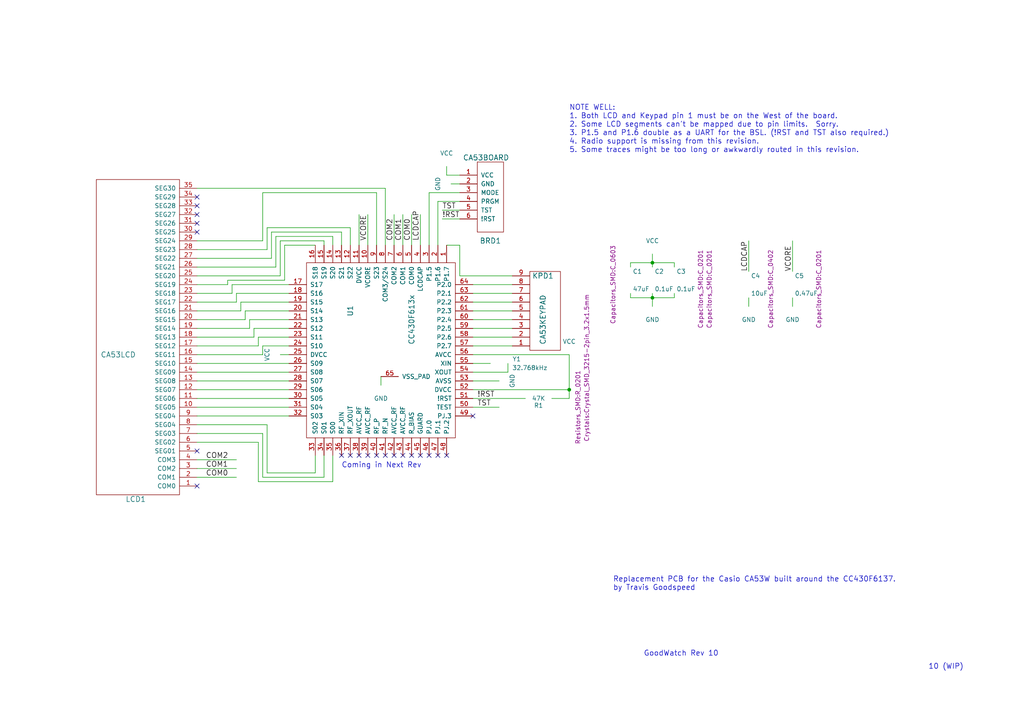
<source format=kicad_sch>
(kicad_sch (version 20230121) (generator eeschema)
  (paper "A4")
  (lib_symbols
    (symbol "goodwatch10:CA53BOARD" (pin_names (offset 1.016))
      (property "Reference" "BRD" (at 12.7 -6.35 0))
      (property "Value" "CA53BOARD" (at 11.43 17.78 0))
      (symbol "CA53BOARD_0_1"
        (rectangle (start 8.89 -3.81) (end 16.51 16.51))
      )
      (symbol "CA53BOARD_1_1"
        (pin power_out line (at 3.81 12.7 0) (length 5.08) (name "VCC") (number "1"))
        (pin power_out line (at 3.81 10.16 0) (length 5.08) (name "GND") (number "2"))
        (pin output line (at 3.81 7.62 0) (length 5.08) (name "MODE") (number "3"))
        (pin output line (at 3.81 5.08 0) (length 5.08) (name "PRGM") (number "4"))
        (pin input line (at 3.81 2.54 0) (length 5.08) (name "TST") (number "5"))
        (pin input line (at 3.81 0 0) (length 5.08) (name "!RST") (number "6"))
      )
    )
    (symbol "goodwatch10:CA53KEYPAD" (pin_names (offset 1.016))
      (property "Reference" "KPD" (at 3.81 -10.16 0))
      (property "Value" "CA53KEYPAD" (at 3.81 2.54 90))
      (symbol "CA53KEYPAD_0_1"
        (rectangle (start 0 11.43) (end 8.89 -11.43))
      )
      (symbol "CA53KEYPAD_1_1"
        (pin input line (at -5.08 10.16 0) (length 5.08) (name "~") (number "1"))
        (pin input line (at -5.08 7.62 0) (length 5.08) (name "~") (number "2"))
        (pin input line (at -5.08 5.08 0) (length 5.08) (name "~") (number "3"))
        (pin input line (at -5.08 2.54 0) (length 5.08) (name "~") (number "4"))
        (pin input line (at -5.08 0 0) (length 5.08) (name "~") (number "5"))
        (pin input line (at -5.08 -2.54 0) (length 5.08) (name "~") (number "6"))
        (pin input line (at -5.08 -5.08 0) (length 5.08) (name "~") (number "7"))
        (pin input line (at -5.08 -7.62 0) (length 5.08) (name "~") (number "8"))
        (pin input line (at -5.08 -10.16 0) (length 5.08) (name "~") (number "9"))
      )
    )
    (symbol "goodwatch10:CA53LCD" (pin_names (offset 1.016))
      (property "Reference" "LCD" (at -5.08 45.72 0))
      (property "Value" "CA53LCD" (at 0 3.81 0))
      (symbol "CA53LCD_0_1"
        (rectangle (start 6.35 -46.99) (end -17.78 44.45))
      )
      (symbol "CA53LCD_1_1"
        (pin input line (at -22.86 41.91 0) (length 5.08) (name "COM0") (number "1"))
        (pin input line (at -22.86 19.05 0) (length 5.08) (name "SEG05") (number "10"))
        (pin input line (at -22.86 16.51 0) (length 5.08) (name "SEG06") (number "11"))
        (pin input line (at -22.86 13.97 0) (length 5.08) (name "SEG07") (number "12"))
        (pin input line (at -22.86 11.43 0) (length 5.08) (name "SEG08") (number "13"))
        (pin input line (at -22.86 8.89 0) (length 5.08) (name "SEG09") (number "14"))
        (pin input line (at -22.86 6.35 0) (length 5.08) (name "SEG10") (number "15"))
        (pin input line (at -22.86 3.81 0) (length 5.08) (name "SEG11") (number "16"))
        (pin input line (at -22.86 1.27 0) (length 5.08) (name "SEG12") (number "17"))
        (pin input line (at -22.86 -1.27 0) (length 5.08) (name "SEG13") (number "18"))
        (pin input line (at -22.86 -3.81 0) (length 5.08) (name "SEG14") (number "19"))
        (pin input line (at -22.86 39.37 0) (length 5.08) (name "COM1") (number "2"))
        (pin input line (at -22.86 -6.35 0) (length 5.08) (name "SEG15") (number "20"))
        (pin input line (at -22.86 -8.89 0) (length 5.08) (name "SEG16") (number "21"))
        (pin input line (at -22.86 -11.43 0) (length 5.08) (name "SEG17") (number "22"))
        (pin input line (at -22.86 -13.97 0) (length 5.08) (name "SEG18") (number "23"))
        (pin input line (at -22.86 -16.51 0) (length 5.08) (name "SEG19") (number "24"))
        (pin input line (at -22.86 -19.05 0) (length 5.08) (name "SEG20") (number "25"))
        (pin input line (at -22.86 -21.59 0) (length 5.08) (name "SEG21") (number "26"))
        (pin input line (at -22.86 -24.13 0) (length 5.08) (name "SEG22") (number "27"))
        (pin input line (at -22.86 -26.67 0) (length 5.08) (name "SEG23") (number "28"))
        (pin input line (at -22.86 -29.21 0) (length 5.08) (name "SEG24") (number "29"))
        (pin input line (at -22.86 36.83 0) (length 5.08) (name "COM2") (number "3"))
        (pin input line (at -22.86 -31.75 0) (length 5.08) (name "SEG25") (number "30"))
        (pin input line (at -22.86 -34.29 0) (length 5.08) (name "SEG26") (number "31"))
        (pin input line (at -22.86 -36.83 0) (length 5.08) (name "SEG27") (number "32"))
        (pin input line (at -22.86 -39.37 0) (length 5.08) (name "SEG28") (number "33"))
        (pin input line (at -22.86 -41.91 0) (length 5.08) (name "SEG29") (number "34"))
        (pin input line (at -22.86 -44.45 0) (length 5.08) (name "SEG30") (number "35"))
        (pin input line (at -22.86 34.29 0) (length 5.08) (name "COM3") (number "4"))
        (pin input line (at -22.86 31.75 0) (length 5.08) (name "SEG01") (number "5"))
        (pin input line (at -22.86 29.21 0) (length 5.08) (name "SEG02") (number "6"))
        (pin input line (at -22.86 26.67 0) (length 5.08) (name "SEG03") (number "7"))
        (pin input line (at -22.86 24.13 0) (length 5.08) (name "SEG04") (number "8"))
        (pin input line (at -22.86 21.59 0) (length 5.08) (name "SEG04") (number "9"))
      )
    )
    (symbol "goodwatch10:CC430F613x" (pin_names (offset 1.016))
      (property "Reference" "U" (at -11.43 -8.89 0))
      (property "Value" "CC430F613x" (at -8.89 8.89 0))
      (symbol "CC430F613x_0_1"
        (rectangle (start 25.4 -21.59) (end -25.4 21.59))
      )
      (symbol "CC430F613x_1_1"
        (pin tri_state line (at -30.48 19.05 0) (length 5.08) (name "P1.7") (number "1"))
        (pin power_out line (at -30.48 -3.81 0) (length 5.08) (name "VCORE") (number "10"))
        (pin power_in line (at -30.48 -6.35 0) (length 5.08) (name "DVCC") (number "11"))
        (pin output line (at -30.48 -8.89 0) (length 5.08) (name "S22") (number "12"))
        (pin output line (at -30.48 -11.43 0) (length 5.08) (name "S21") (number "13"))
        (pin output line (at -30.48 -13.97 0) (length 5.08) (name "S20") (number "14"))
        (pin output line (at -30.48 -16.51 0) (length 5.08) (name "S19") (number "15"))
        (pin output line (at -30.48 -19.05 0) (length 5.08) (name "S18") (number "16"))
        (pin output line (at -19.05 -26.67 90) (length 5.08) (name "S17") (number "17"))
        (pin output line (at -16.51 -26.67 90) (length 5.08) (name "S16") (number "18"))
        (pin output line (at -13.97 -26.67 90) (length 5.08) (name "S15") (number "19"))
        (pin tri_state line (at -30.48 16.51 0) (length 5.08) (name "P1.6") (number "2"))
        (pin output line (at -11.43 -26.67 90) (length 5.08) (name "S14") (number "20"))
        (pin output line (at -8.89 -26.67 90) (length 5.08) (name "S13") (number "21"))
        (pin output line (at -6.35 -26.67 90) (length 5.08) (name "S12") (number "22"))
        (pin output line (at -3.81 -26.67 90) (length 5.08) (name "S11") (number "23"))
        (pin output line (at -1.27 -26.67 90) (length 5.08) (name "S10") (number "24"))
        (pin power_in line (at 1.27 -26.67 90) (length 5.08) (name "DVCC") (number "25"))
        (pin output line (at 3.81 -26.67 90) (length 5.08) (name "S09") (number "26"))
        (pin output line (at 6.35 -26.67 90) (length 5.08) (name "S08") (number "27"))
        (pin output line (at 8.89 -26.67 90) (length 5.08) (name "S07") (number "28"))
        (pin output line (at 11.43 -26.67 90) (length 5.08) (name "S06") (number "29"))
        (pin tri_state line (at -30.48 13.97 0) (length 5.08) (name "P1.5") (number "3"))
        (pin output line (at 13.97 -26.67 90) (length 5.08) (name "S05") (number "30"))
        (pin output line (at 16.51 -26.67 90) (length 5.08) (name "S04") (number "31"))
        (pin output line (at 19.05 -26.67 90) (length 5.08) (name "S03") (number "32"))
        (pin output line (at 30.48 -19.05 180) (length 5.08) (name "S02") (number "33"))
        (pin output line (at 30.48 -16.51 180) (length 5.08) (name "S01") (number "34"))
        (pin output line (at 30.48 -13.97 180) (length 5.08) (name "S00") (number "35"))
        (pin input line (at 30.48 -11.43 180) (length 5.08) (name "RF_XIN") (number "36"))
        (pin input line (at 30.48 -8.89 180) (length 5.08) (name "RF_XOUT") (number "37"))
        (pin power_in line (at 30.48 -6.35 180) (length 5.08) (name "AVCC_RF") (number "38"))
        (pin power_in line (at 30.48 -3.81 180) (length 5.08) (name "AVCC_RF") (number "39"))
        (pin input line (at -30.48 11.43 0) (length 5.08) (name "LCDCAP") (number "4"))
        (pin output line (at 30.48 -1.27 180) (length 5.08) (name "RF_P") (number "40"))
        (pin output line (at 30.48 1.27 180) (length 5.08) (name "RF_N") (number "41"))
        (pin power_in line (at 30.48 3.81 180) (length 5.08) (name "AVCC_RF") (number "42"))
        (pin power_in line (at 30.48 6.35 180) (length 5.08) (name "AVCC_RF") (number "43"))
        (pin input line (at 30.48 8.89 180) (length 5.08) (name "R_BIAS") (number "44"))
        (pin input line (at 30.48 11.43 180) (length 5.08) (name "GUARD") (number "45"))
        (pin tri_state line (at 30.48 13.97 180) (length 5.08) (name "PJ.0") (number "46"))
        (pin tri_state line (at 30.48 16.51 180) (length 5.08) (name "PJ.1") (number "47"))
        (pin tri_state line (at 30.48 19.05 180) (length 5.08) (name "PJ.2") (number "48"))
        (pin tri_state line (at 19.05 26.67 270) (length 5.08) (name "PJ.3") (number "49"))
        (pin output line (at -30.48 8.89 0) (length 5.08) (name "COM0") (number "5"))
        (pin input line (at 16.51 26.67 270) (length 5.08) (name "TEST") (number "50"))
        (pin input line (at 13.97 26.67 270) (length 5.08) (name "!RST") (number "51"))
        (pin power_in line (at 11.43 26.67 270) (length 5.08) (name "DVCC") (number "52"))
        (pin power_in line (at 8.89 26.67 270) (length 5.08) (name "AVSS") (number "53"))
        (pin output line (at 6.35 26.67 270) (length 5.08) (name "XOUT") (number "54"))
        (pin input line (at 3.81 26.67 270) (length 5.08) (name "XIN") (number "55"))
        (pin power_in line (at 1.27 26.67 270) (length 5.08) (name "AVCC") (number "56"))
        (pin tri_state line (at -1.27 26.67 270) (length 5.08) (name "P2.7") (number "57"))
        (pin tri_state line (at -3.81 26.67 270) (length 5.08) (name "P2.6") (number "58"))
        (pin tri_state line (at -6.35 26.67 270) (length 5.08) (name "P2.5") (number "59"))
        (pin output line (at -30.48 6.35 0) (length 5.08) (name "COM1") (number "6"))
        (pin tri_state line (at -8.89 26.67 270) (length 5.08) (name "P2.4") (number "60"))
        (pin tri_state line (at -11.43 26.67 270) (length 5.08) (name "P2.3") (number "61"))
        (pin tri_state line (at -13.97 26.67 270) (length 5.08) (name "P2.2") (number "62"))
        (pin tri_state line (at -16.51 26.67 270) (length 5.08) (name "P2.1") (number "63"))
        (pin tri_state line (at -19.05 26.67 270) (length 5.08) (name "P2.0") (number "64"))
        (pin power_in line (at 7.62 0 90) (length 5.08) (name "VSS_PAD") (number "65"))
        (pin output line (at -30.48 3.81 0) (length 5.08) (name "COM2") (number "7"))
        (pin output line (at -30.48 1.27 0) (length 5.08) (name "COM3/S24") (number "8"))
        (pin output line (at -30.48 -1.27 0) (length 5.08) (name "S23") (number "9"))
      )
    )
  )
  (junction (at 189.23 76.2))
  (junction (at 165.1 113.03))
  (junction (at 189.23 86.36))
  (no_connect (at 57.15 130.81))
  (no_connect (at 137.16 120.65))
  (no_connect (at 104.14 132.08))
  (no_connect (at 116.84 132.08))
  (no_connect (at 57.15 57.15))
  (no_connect (at 57.15 140.97))
  (no_connect (at 57.15 64.77))
  (no_connect (at 121.92 132.08))
  (no_connect (at 114.3 132.08))
  (no_connect (at 57.15 62.23))
  (no_connect (at 109.22 132.08))
  (no_connect (at 124.46 132.08))
  (no_connect (at 127 132.08))
  (no_connect (at 101.6 132.08))
  (no_connect (at 111.76 132.08))
  (no_connect (at 106.68 132.08))
  (no_connect (at 119.38 132.08))
  (no_connect (at 129.54 132.08))
  (no_connect (at 99.06 132.08))
  (no_connect (at 57.15 67.31))
  (no_connect (at 57.15 59.69))
  (wire (pts (xy 74.93 97.79) (xy 74.93 100.33)))
  (wire (pts (xy 217.17 88.9) (xy 217.17 86.36)))
  (wire (pts (xy 137.16 107.95) (xy 147.32 107.95)))
  (wire (pts (xy 124.46 55.88) (xy 133.35 55.88)))
  (wire (pts (xy 74.93 128.27) (xy 57.15 128.27)))
  (wire (pts (xy 77.47 66.04) (xy 77.47 72.39)))
  (wire (pts (xy 189.23 86.36) (xy 195.58 86.36)))
  (wire (pts (xy 72.39 95.25) (xy 57.15 95.25)))
  (wire (pts (xy 68.58 87.63) (xy 57.15 87.63)))
  (wire (pts (xy 114.3 71.12) (xy 114.3 62.23)))
  (wire (pts (xy 69.85 90.17) (xy 57.15 90.17)))
  (wire (pts (xy 76.2 125.73) (xy 57.15 125.73)))
  (wire (pts (xy 229.87 78.74) (xy 229.87 69.85)))
  (wire (pts (xy 96.52 71.12) (xy 96.52 68.58)))
  (wire (pts (xy 77.47 137.16) (xy 77.47 123.19)))
  (wire (pts (xy 137.16 95.25) (xy 148.59 95.25)))
  (wire (pts (xy 83.82 85.09) (xy 68.58 85.09)))
  (wire (pts (xy 83.82 110.49) (xy 57.15 110.49)))
  (wire (pts (xy 189.23 76.2) (xy 195.58 76.2)))
  (wire (pts (xy 83.82 107.95) (xy 57.15 107.95)))
  (wire (pts (xy 137.16 110.49) (xy 144.78 110.49)))
  (wire (pts (xy 57.15 105.41) (xy 83.82 105.41)))
  (wire (pts (xy 57.15 133.35) (xy 68.58 133.35)))
  (wire (pts (xy 133.35 53.34) (xy 130.81 53.34)))
  (wire (pts (xy 133.35 80.01) (xy 133.35 71.12)))
  (wire (pts (xy 77.47 123.19) (xy 57.15 123.19)))
  (wire (pts (xy 68.58 85.09) (xy 68.58 87.63)))
  (wire (pts (xy 137.16 118.11) (xy 144.78 118.11)))
  (wire (pts (xy 80.01 68.58) (xy 80.01 77.47)))
  (wire (pts (xy 101.6 71.12) (xy 101.6 66.04)))
  (wire (pts (xy 182.88 77.47) (xy 182.88 76.2)))
  (wire (pts (xy 133.35 71.12) (xy 129.54 71.12)))
  (wire (pts (xy 195.58 86.36) (xy 195.58 85.09)))
  (wire (pts (xy 72.39 92.71) (xy 72.39 95.25)))
  (wire (pts (xy 83.82 97.79) (xy 74.93 97.79)))
  (wire (pts (xy 165.1 115.57) (xy 160.02 115.57)))
  (wire (pts (xy 91.44 137.16) (xy 77.47 137.16)))
  (wire (pts (xy 96.52 139.7) (xy 74.93 139.7)))
  (wire (pts (xy 80.01 77.47) (xy 57.15 77.47)))
  (wire (pts (xy 82.55 71.12) (xy 82.55 81.28)))
  (wire (pts (xy 69.85 87.63) (xy 69.85 90.17)))
  (wire (pts (xy 76.2 69.85) (xy 57.15 69.85)))
  (wire (pts (xy 147.32 107.95) (xy 147.32 105.41)))
  (wire (pts (xy 165.1 113.03) (xy 165.1 115.57)))
  (wire (pts (xy 73.66 95.25) (xy 73.66 97.79)))
  (wire (pts (xy 83.82 120.65) (xy 57.15 120.65)))
  (wire (pts (xy 116.84 71.12) (xy 116.84 62.23)))
  (wire (pts (xy 137.16 115.57) (xy 152.4 115.57)))
  (wire (pts (xy 189.23 73.66) (xy 189.23 76.2)))
  (wire (pts (xy 67.31 85.09) (xy 57.15 85.09)))
  (wire (pts (xy 148.59 97.79) (xy 137.16 97.79)))
  (wire (pts (xy 137.16 113.03) (xy 165.1 113.03)))
  (wire (pts (xy 57.15 135.89) (xy 68.58 135.89)))
  (wire (pts (xy 189.23 85.09) (xy 189.23 86.36)))
  (wire (pts (xy 83.82 82.55) (xy 67.31 82.55)))
  (wire (pts (xy 78.74 74.93) (xy 57.15 74.93)))
  (wire (pts (xy 96.52 68.58) (xy 80.01 68.58)))
  (wire (pts (xy 91.44 71.12) (xy 82.55 71.12)))
  (wire (pts (xy 121.92 71.12) (xy 121.92 62.23)))
  (wire (pts (xy 83.82 87.63) (xy 69.85 87.63)))
  (wire (pts (xy 83.82 115.57) (xy 57.15 115.57)))
  (wire (pts (xy 106.68 62.23) (xy 106.68 71.12)))
  (wire (pts (xy 76.2 138.43) (xy 76.2 125.73)))
  (wire (pts (xy 82.55 81.28) (xy 66.04 81.28)))
  (wire (pts (xy 189.23 86.36) (xy 189.23 88.9)))
  (wire (pts (xy 129.54 50.8) (xy 129.54 48.26)))
  (wire (pts (xy 137.16 90.17) (xy 148.59 90.17)))
  (wire (pts (xy 182.88 76.2) (xy 189.23 76.2)))
  (wire (pts (xy 137.16 100.33) (xy 148.59 100.33)))
  (wire (pts (xy 111.76 54.61) (xy 57.15 54.61)))
  (wire (pts (xy 133.35 60.96) (xy 128.27 60.96)))
  (wire (pts (xy 96.52 132.08) (xy 96.52 139.7)))
  (wire (pts (xy 128.27 63.5) (xy 133.35 63.5)))
  (wire (pts (xy 81.28 80.01) (xy 57.15 80.01)))
  (wire (pts (xy 195.58 76.2) (xy 195.58 77.47)))
  (wire (pts (xy 74.93 100.33) (xy 57.15 100.33)))
  (wire (pts (xy 133.35 50.8) (xy 129.54 50.8)))
  (wire (pts (xy 83.82 90.17) (xy 71.12 90.17)))
  (wire (pts (xy 73.66 97.79) (xy 57.15 97.79)))
  (wire (pts (xy 229.87 86.36) (xy 229.87 88.9)))
  (wire (pts (xy 83.82 95.25) (xy 73.66 95.25)))
  (wire (pts (xy 93.98 138.43) (xy 76.2 138.43)))
  (wire (pts (xy 76.2 100.33) (xy 76.2 102.87)))
  (wire (pts (xy 119.38 71.12) (xy 119.38 62.23)))
  (wire (pts (xy 148.59 82.55) (xy 137.16 82.55)))
  (wire (pts (xy 127 58.42) (xy 133.35 58.42)))
  (wire (pts (xy 189.23 76.2) (xy 189.23 77.47)))
  (wire (pts (xy 110.49 109.22) (xy 110.49 111.76)))
  (wire (pts (xy 81.28 102.87) (xy 83.82 102.87)))
  (wire (pts (xy 148.59 80.01) (xy 133.35 80.01)))
  (wire (pts (xy 71.12 92.71) (xy 57.15 92.71)))
  (wire (pts (xy 182.88 85.09) (xy 182.88 86.36)))
  (wire (pts (xy 99.06 71.12) (xy 99.06 67.31)))
  (wire (pts (xy 83.82 113.03) (xy 57.15 113.03)))
  (wire (pts (xy 66.04 82.55) (xy 57.15 82.55)))
  (wire (pts (xy 93.98 69.85) (xy 81.28 69.85)))
  (wire (pts (xy 109.22 71.12) (xy 109.22 55.88)))
  (wire (pts (xy 81.28 69.85) (xy 81.28 80.01)))
  (wire (pts (xy 165.1 102.87) (xy 165.1 113.03)))
  (wire (pts (xy 127 71.12) (xy 127 58.42)))
  (wire (pts (xy 93.98 71.12) (xy 93.98 69.85)))
  (wire (pts (xy 78.74 67.31) (xy 78.74 74.93)))
  (wire (pts (xy 93.98 132.08) (xy 93.98 138.43)))
  (wire (pts (xy 182.88 86.36) (xy 189.23 86.36)))
  (wire (pts (xy 83.82 100.33) (xy 76.2 100.33)))
  (wire (pts (xy 124.46 71.12) (xy 124.46 55.88)))
  (wire (pts (xy 109.22 55.88) (xy 76.2 55.88)))
  (wire (pts (xy 111.76 71.12) (xy 111.76 54.61)))
  (wire (pts (xy 137.16 102.87) (xy 165.1 102.87)))
  (wire (pts (xy 148.59 87.63) (xy 137.16 87.63)))
  (wire (pts (xy 137.16 105.41) (xy 142.24 105.41)))
  (wire (pts (xy 71.12 90.17) (xy 71.12 92.71)))
  (wire (pts (xy 101.6 66.04) (xy 77.47 66.04)))
  (wire (pts (xy 217.17 78.74) (xy 217.17 69.85)))
  (wire (pts (xy 76.2 55.88) (xy 76.2 69.85)))
  (wire (pts (xy 67.31 82.55) (xy 67.31 85.09)))
  (wire (pts (xy 99.06 67.31) (xy 78.74 67.31)))
  (wire (pts (xy 77.47 72.39) (xy 57.15 72.39)))
  (wire (pts (xy 76.2 102.87) (xy 57.15 102.87)))
  (wire (pts (xy 74.93 139.7) (xy 74.93 128.27)))
  (wire (pts (xy 83.82 118.11) (xy 57.15 118.11)))
  (wire (pts (xy 57.15 138.43) (xy 68.58 138.43)))
  (wire (pts (xy 148.59 92.71) (xy 137.16 92.71)))
  (wire (pts (xy 137.16 85.09) (xy 148.59 85.09)))
  (wire (pts (xy 104.14 62.23) (xy 104.14 71.12)))
  (wire (pts (xy 66.04 81.28) (xy 66.04 82.55)))
  (wire (pts (xy 83.82 92.71) (xy 72.39 92.71)))
  (wire (pts (xy 91.44 132.08) (xy 91.44 137.16)))
  (text "Replacement PCB for the Casio CA53W built around the CC430F6137.\nby Travis Goodspeed" (at 177.8 171.45 0) (effects (font (size 1.524 1.524)) (justify left bottom)))
  (text "10 (WIP)" (at 269.24 194.31 0) (effects (font (size 1.524 1.524)) (justify left bottom)))
  (text "Coming in Next Rev" (at 99.06 135.89 0) (effects (font (size 1.524 1.524)) (justify left bottom)))
  (text "GoodWatch Rev 10" (at 186.69 190.5 0) (effects (font (size 1.524 1.524)) (justify left bottom)))
  (text "NOTE WELL:\n1. Both LCD and Keypad pin 1 must be on the West of the board.\n2. Some LCD segments can't be mapped due to pin limits.  Sorry.\n3. P1.5 and P1.6 double as a UART for the BSL. (!RST and TST also required.)\n4. Radio support is missing from this revision.\n5. Some traces might be too long or awkwardly routed in this revision." (at 165.1 44.45 0) (effects (font (size 1.524 1.524)) (justify left bottom)))
  (label "COM0" (at 59.69 138.43 0) (effects (font (size 1.524 1.524))))
  (label "!RST" (at 128.27 63.5 0) (effects (font (size 1.524 1.524))))
  (label "LCDCAP" (at 121.92 69.85 90) (effects (font (size 1.524 1.524))))
  (label "COM1" (at 59.69 135.89 0) (effects (font (size 1.524 1.524))))
  (label "COM2" (at 114.3 69.85 90) (effects (font (size 1.524 1.524))))
  (label "TST" (at 138.43 118.11 0) (effects (font (size 1.524 1.524))))
  (label "VCORE" (at 229.87 78.74 90) (effects (font (size 1.524 1.524))))
  (label "TST" (at 128.27 60.96 0) (effects (font (size 1.524 1.524))))
  (label "VCORE" (at 106.68 69.85 90) (effects (font (size 1.524 1.524))))
  (label "!RST" (at 138.43 115.57 0) (effects (font (size 1.524 1.524))))
  (label "COM1" (at 116.84 69.85 90) (effects (font (size 1.524 1.524))))
  (label "LCDCAP" (at 217.17 78.74 90) (effects (font (size 1.524 1.524))))
  (label "COM2" (at 59.69 133.35 0) (effects (font (size 1.524 1.524))))
  (label "COM0" (at 119.38 69.85 90) (effects (font (size 1.524 1.524))))
  (symbol (lib_id "goodwatch10:CA53LCD") (at 34.29 99.06 180) (unit 1)
    (property "Reference" "LCD1" (at 39.37 144.78 0) (effects (font (size 1.524 1.524))))
    (property "Value" "CA53LCD" (at 34.29 102.87 0) (effects (font (size 1.524 1.524))))
    (property "Footprint" "AAgoodwatch10:ca53lcd" (effects hide))
  )
  (symbol (lib_id "goodwatch10:CC430F613x") (at 110.49 101.6 270) (unit 1)
    (property "Reference" "U1" (at 101.6 90.17 0) (effects (font (size 1.524 1.524))))
    (property "Value" "CC430F613x" (at 119.38 92.71 0) (effects (font (size 1.524 1.524))))
    (property "Footprint" "AAgoodwatch10:CC430F613x" (effects hide))
  )
  (symbol (lib_id "goodwatch10:CA53KEYPAD") (at 153.67 90.17 0) (mirror x) (unit 1)
    (property "Reference" "KPD1" (at 157.48 80.01 0) (effects (font (size 1.524 1.524))))
    (property "Value" "CA53KEYPAD" (at 157.48 92.71 90) (effects (font (size 1.524 1.524))))
    (property "Footprint" "AAgoodwatch10:ca53keypad" (effects hide))
  )
  (symbol (lib_id "goodwatch10:CA53BOARD") (at 129.54 63.5 0) (unit 1)
    (property "Reference" "BRD1" (at 142.24 69.85 0) (effects (font (size 1.524 1.524))))
    (property "Value" "CA53BOARD" (at 140.97 45.72 0) (effects (font (size 1.524 1.524))))
    (property "Footprint" "AAgoodwatch10:ca53board" (effects hide))
  )
  (symbol (lib_id "GND") (at 110.49 111.76 0) (unit 1)
    (property "Reference" "#PWR01" (effects hide))
    (property "Value" "GND" (at 110.49 115.57 0))
  )
  (symbol (lib_id "GND") (at 130.81 53.34 270) (unit 1)
    (property "Reference" "#PWR02" (effects hide))
    (property "Value" "GND" (at 127 53.34 0))
  )
  (symbol (lib_id "VCC") (at 129.54 48.26 0) (unit 1)
    (property "Reference" "#PWR03" (effects hide))
    (property "Value" "VCC" (at 129.54 44.45 0))
  )
  (symbol (lib_id "VCC") (at 104.14 62.23 0) (unit 1)
    (property "Reference" "#PWR04" (effects hide))
    (property "Value" "VCC" (at 104.14 58.42 0))
  )
  (symbol (lib_id "VCC") (at 165.1 102.87 0) (unit 1)
    (property "Reference" "#PWR05" (effects hide))
    (property "Value" "VCC" (at 165.1 99.06 0))
  )
  (symbol (lib_id "R") (at 156.21 115.57 270) (unit 1)
    (property "Reference" "R1" (at 156.21 117.602 90))
    (property "Value" "47K" (at 156.21 115.57 90))
    (property "Footprint" "Resistors_SMD:R_0201" (at 167.64 118.11 0))
  )
  (symbol (lib_id "Crystal_Small") (at 144.78 105.41 0) (unit 1)
    (property "Reference" "Y1" (at 149.86 104.14 0))
    (property "Value" "32.768kHz" (at 153.67 106.68 0))
    (property "Footprint" "Crystals:Crystal_SMD_3215-2pin_3.2x1.5mm" (at 170.18 106.68 90))
  )
  (symbol (lib_id "GND") (at 144.78 110.49 90) (unit 1)
    (property "Reference" "#PWR06" (effects hide))
    (property "Value" "GND" (at 148.59 110.49 0))
  )
  (symbol (lib_id "VCC") (at 81.28 102.87 90) (unit 1)
    (property "Reference" "#PWR07" (effects hide))
    (property "Value" "VCC" (at 77.47 102.87 0))
  )
  (symbol (lib_id "C") (at 182.88 81.28 0) (unit 1)
    (property "Reference" "C1" (at 183.515 78.74 0) (effects (justify left)))
    (property "Value" "47uF" (at 183.515 83.82 0) (effects (justify left)))
    (property "Footprint" "Capacitors_SMD:C_0603" (at 177.8 82.55 90))
  )
  (symbol (lib_id "C") (at 189.23 81.28 0) (unit 1)
    (property "Reference" "C2" (at 189.865 78.74 0) (effects (justify left)))
    (property "Value" "0.1uF" (at 189.865 83.82 0) (effects (justify left)))
    (property "Footprint" "Capacitors_SMD:C_0201" (at 203.2 83.82 90))
  )
  (symbol (lib_id "C") (at 195.58 81.28 0) (unit 1)
    (property "Reference" "C3" (at 196.215 78.74 0) (effects (justify left)))
    (property "Value" "0.1uF" (at 196.215 83.82 0) (effects (justify left)))
    (property "Footprint" "Capacitors_SMD:C_0201" (at 205.74 83.82 90))
  )
  (symbol (lib_id "VCC") (at 189.23 73.66 0) (unit 1)
    (property "Reference" "#PWR08" (effects hide))
    (property "Value" "VCC" (at 189.23 69.85 0))
  )
  (symbol (lib_id "GND") (at 189.23 88.9 0) (unit 1)
    (property "Reference" "#PWR09" (effects hide))
    (property "Value" "GND" (at 189.23 92.71 0))
  )
  (symbol (lib_id "C") (at 217.17 82.55 0) (unit 1)
    (property "Reference" "C4" (at 217.805 80.01 0) (effects (justify left)))
    (property "Value" "10uF" (at 217.805 85.09 0) (effects (justify left)))
    (property "Footprint" "Capacitors_SMD:C_0402" (at 223.52 83.82 90))
  )
  (symbol (lib_id "GND") (at 217.17 88.9 0) (unit 1)
    (property "Reference" "#PWR010" (effects hide))
    (property "Value" "GND" (at 217.17 92.71 0))
  )
  (symbol (lib_id "C") (at 229.87 82.55 0) (unit 1)
    (property "Reference" "C5" (at 230.505 80.01 0) (effects (justify left)))
    (property "Value" "0.47uF" (at 230.505 85.09 0) (effects (justify left)))
    (property "Footprint" "Capacitors_SMD:C_0201" (at 237.49 83.82 90))
  )
  (symbol (lib_id "GND") (at 229.87 88.9 0) (unit 1)
    (property "Reference" "#PWR011" (effects hide))
    (property "Value" "GND" (at 229.87 92.71 0))
  )
)
</source>
